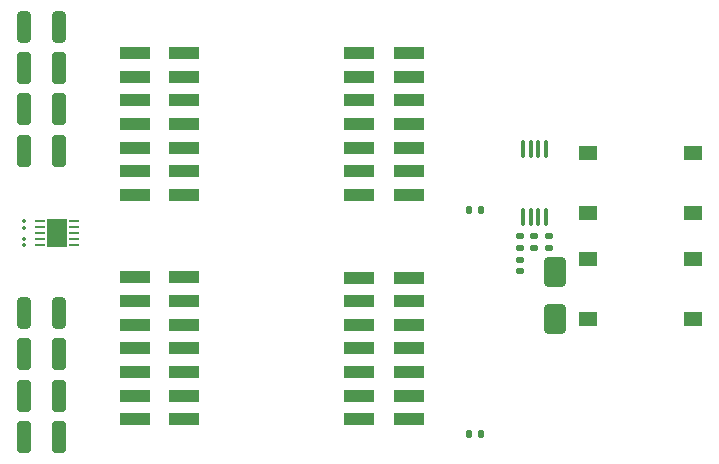
<source format=gbr>
%TF.GenerationSoftware,KiCad,Pcbnew,9.0.5*%
%TF.CreationDate,2025-10-24T16:15:45+02:00*%
%TF.ProjectId,poe4pi,706f6534-7069-42e6-9b69-6361645f7063,rev?*%
%TF.SameCoordinates,Original*%
%TF.FileFunction,Paste,Top*%
%TF.FilePolarity,Positive*%
%FSLAX46Y46*%
G04 Gerber Fmt 4.6, Leading zero omitted, Abs format (unit mm)*
G04 Created by KiCad (PCBNEW 9.0.5) date 2025-10-24 16:15:45*
%MOMM*%
%LPD*%
G01*
G04 APERTURE LIST*
G04 Aperture macros list*
%AMRoundRect*
0 Rectangle with rounded corners*
0 $1 Rounding radius*
0 $2 $3 $4 $5 $6 $7 $8 $9 X,Y pos of 4 corners*
0 Add a 4 corners polygon primitive as box body*
4,1,4,$2,$3,$4,$5,$6,$7,$8,$9,$2,$3,0*
0 Add four circle primitives for the rounded corners*
1,1,$1+$1,$2,$3*
1,1,$1+$1,$4,$5*
1,1,$1+$1,$6,$7*
1,1,$1+$1,$8,$9*
0 Add four rect primitives between the rounded corners*
20,1,$1+$1,$2,$3,$4,$5,0*
20,1,$1+$1,$4,$5,$6,$7,0*
20,1,$1+$1,$6,$7,$8,$9,0*
20,1,$1+$1,$8,$9,$2,$3,0*%
G04 Aperture macros list end*
%ADD10RoundRect,0.067500X0.067500X-0.067500X0.067500X0.067500X-0.067500X0.067500X-0.067500X-0.067500X0*%
%ADD11RoundRect,0.067500X-0.067500X0.067500X-0.067500X-0.067500X0.067500X-0.067500X0.067500X0.067500X0*%
%ADD12R,0.812800X0.254000*%
%ADD13R,1.752600X2.489200*%
%ADD14R,2.580000X1.000000*%
%ADD15RoundRect,0.250000X0.312500X1.075000X-0.312500X1.075000X-0.312500X-1.075000X0.312500X-1.075000X0*%
%ADD16RoundRect,0.135000X0.135000X0.185000X-0.135000X0.185000X-0.135000X-0.185000X0.135000X-0.185000X0*%
%ADD17RoundRect,0.140000X0.170000X-0.140000X0.170000X0.140000X-0.170000X0.140000X-0.170000X-0.140000X0*%
%ADD18R,1.500000X1.300000*%
%ADD19RoundRect,0.135000X-0.185000X0.135000X-0.185000X-0.135000X0.185000X-0.135000X0.185000X0.135000X0*%
%ADD20RoundRect,0.250000X-0.325000X-1.100000X0.325000X-1.100000X0.325000X1.100000X-0.325000X1.100000X0*%
%ADD21RoundRect,0.250000X-0.650000X1.000000X-0.650000X-1.000000X0.650000X-1.000000X0.650000X1.000000X0*%
%ADD22RoundRect,0.100000X0.100000X-0.637500X0.100000X0.637500X-0.100000X0.637500X-0.100000X-0.637500X0*%
G04 APERTURE END LIST*
D10*
%TO.C,R2*%
X31750000Y-60275000D03*
X31750000Y-59725000D03*
%TD*%
D11*
%TO.C,R3*%
X31750000Y-58225000D03*
X31750000Y-58775000D03*
%TD*%
D12*
%TO.C,U1*%
X36000000Y-60250000D03*
X36000000Y-59749998D03*
X36000000Y-59249999D03*
X36000000Y-58750000D03*
X36000000Y-58249998D03*
X33104400Y-58249998D03*
X33104400Y-58750000D03*
X33104400Y-59249999D03*
X33104400Y-59749998D03*
X33104400Y-60250000D03*
D13*
X34552200Y-59249999D03*
%TD*%
D14*
%TO.C,LSI-U1*%
X64337024Y-73001469D03*
X64337024Y-71001469D03*
X64337024Y-69001469D03*
X64337024Y-67001469D03*
X64337024Y-65001469D03*
X64337024Y-63001469D03*
X60167024Y-73001469D03*
X60167024Y-71001469D03*
X60167024Y-69001469D03*
X60167024Y-67001469D03*
X60167024Y-65001469D03*
X60167024Y-63001469D03*
X45345015Y-72994762D03*
X45345015Y-70994762D03*
X45345015Y-68994762D03*
X45345015Y-66994762D03*
X45345015Y-64994762D03*
X45345015Y-62994762D03*
X41175015Y-72994762D03*
X41175015Y-70994762D03*
X41175015Y-68994762D03*
X41175015Y-66994762D03*
X41175015Y-64994762D03*
X41175015Y-62994762D03*
X64337024Y-75001469D03*
X60167024Y-75001469D03*
X45345015Y-74994762D03*
X41175015Y-74994762D03*
%TD*%
D15*
%TO.C,R5*%
X34712500Y-66000000D03*
X31787500Y-66000000D03*
%TD*%
D16*
%TO.C,R1*%
X70510000Y-57250000D03*
X69490000Y-57250000D03*
%TD*%
D17*
%TO.C,C15*%
X73750000Y-62480000D03*
X73750000Y-61520000D03*
%TD*%
D18*
%TO.C,D2*%
X79550000Y-52450000D03*
X79550000Y-57550000D03*
X88450000Y-57550000D03*
X88450000Y-52450000D03*
%TD*%
D16*
%TO.C,R12*%
X70510000Y-76250000D03*
X69490000Y-76250000D03*
%TD*%
D19*
%TO.C,R22*%
X76250000Y-59480000D03*
X76250000Y-60500000D03*
%TD*%
D20*
%TO.C,C2*%
X31775000Y-48750000D03*
X34725000Y-48750000D03*
%TD*%
D15*
%TO.C,R4*%
X34712500Y-41750000D03*
X31787500Y-41750000D03*
%TD*%
D14*
%TO.C,LSI-U2*%
X64337024Y-54001469D03*
X64337024Y-52001469D03*
X64337024Y-50001469D03*
X64337024Y-48001469D03*
X64337024Y-46001469D03*
X64337024Y-44001469D03*
X60167024Y-54001469D03*
X60167024Y-52001469D03*
X60167024Y-50001469D03*
X60167024Y-48001469D03*
X60167024Y-46001469D03*
X60167024Y-44001469D03*
X45345015Y-53994762D03*
X45345015Y-51994762D03*
X45345015Y-49994762D03*
X45345015Y-47994762D03*
X45345015Y-45994762D03*
X45345015Y-43994762D03*
X41175015Y-53994762D03*
X41175015Y-51994762D03*
X41175015Y-49994762D03*
X41175015Y-47994762D03*
X41175015Y-45994762D03*
X41175015Y-43994762D03*
X64337024Y-56001469D03*
X60167024Y-56001469D03*
X45345015Y-55994762D03*
X41175015Y-55994762D03*
%TD*%
D20*
%TO.C,C6*%
X31775000Y-76500000D03*
X34725000Y-76500000D03*
%TD*%
D18*
%TO.C,D1*%
X79550000Y-61450000D03*
X79550000Y-66550000D03*
X88450000Y-66550000D03*
X88450000Y-61450000D03*
%TD*%
D19*
%TO.C,R23*%
X73750000Y-59490000D03*
X73750000Y-60510000D03*
%TD*%
%TO.C,R24*%
X75000000Y-59490000D03*
X75000000Y-60510000D03*
%TD*%
D20*
%TO.C,C4*%
X31775000Y-69500000D03*
X34725000Y-69500000D03*
%TD*%
%TO.C,C3*%
X31775000Y-52250000D03*
X34725000Y-52250000D03*
%TD*%
D21*
%TO.C,D4*%
X76750000Y-62500000D03*
X76750000Y-66500000D03*
%TD*%
D20*
%TO.C,C1*%
X31775000Y-45250000D03*
X34725000Y-45250000D03*
%TD*%
%TO.C,C5*%
X31775000Y-73000000D03*
X34725000Y-73000000D03*
%TD*%
D22*
%TO.C,U3*%
X74025000Y-57862500D03*
X74675000Y-57862500D03*
X75325000Y-57862500D03*
X75975000Y-57862500D03*
X75975000Y-52137500D03*
X75325000Y-52137500D03*
X74675000Y-52137500D03*
X74025000Y-52137500D03*
%TD*%
M02*

</source>
